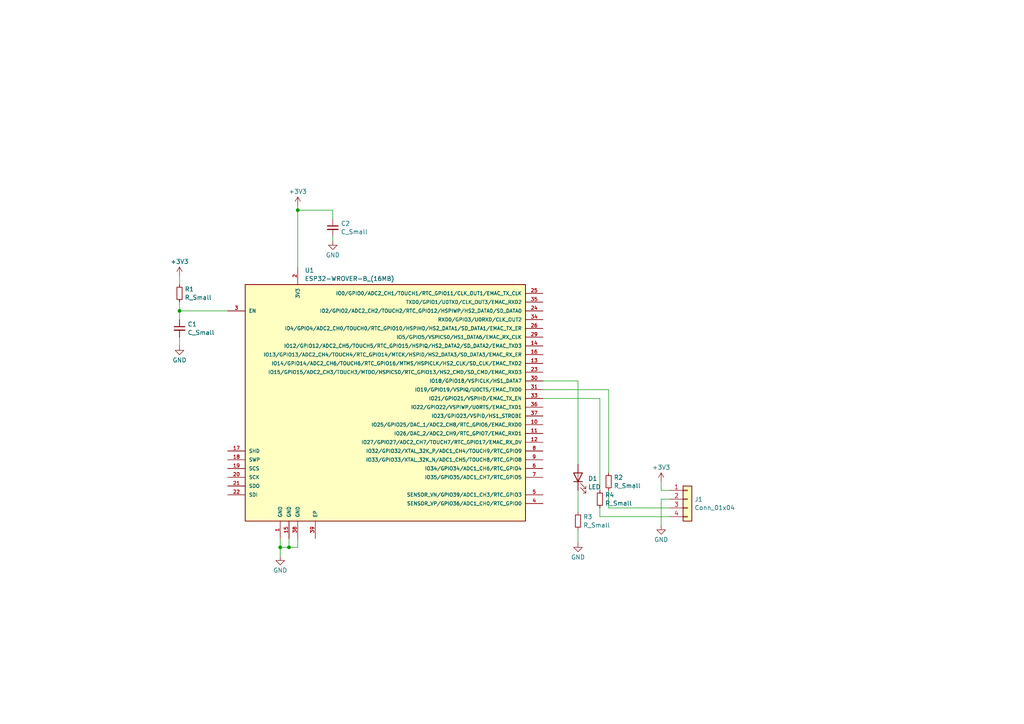
<source format=kicad_sch>
(kicad_sch (version 20230121) (generator eeschema)
  (paper "A4")
  (lib_symbols
    (symbol "Connector_Generic:Conn_01x04" (pin_names (offset 1.016) hide)
      (property "Reference" "J" (at 0 5.08 0))
      (property "Value" "Conn_01x04" (at 0 -7.62 0))
      (symbol "Conn_01x04_1_1"
        (rectangle (start -1.27 -4.953) (end 0 -5.207) (stroke (width 0.1524)))
        (rectangle (start -1.27 -2.413) (end 0 -2.667) (stroke (width 0.1524)))
        (rectangle (start -1.27 0.127) (end 0 -0.127) (stroke (width 0.1524)))
        (rectangle (start -1.27 2.667) (end 0 2.413) (stroke (width 0.1524)))
        (rectangle (start -1.27 3.81) (end 1.27 -6.35) (stroke (width 0.254)) (fill (type background)))
        (pin passive line (at -5.08 2.54 0) (length 3.81) (name "Pin_1") (number "1"))
        (pin passive line (at -5.08 0 0) (length 3.81) (name "Pin_2") (number "2"))
        (pin passive line (at -5.08 -2.54 0) (length 3.81) (name "Pin_3") (number "3"))
        (pin passive line (at -5.08 -5.08 0) (length 3.81) (name "Pin_4") (number "4"))
      )
    )
    (symbol "Device:C_Small" (pin_numbers hide) (pin_names (offset 0.254) hide)
      (property "Reference" "C" (at 0.254 1.778 0))
      (property "Value" "C_Small" (at 0.254 -2.032 0))
      (symbol "C_Small_0_1"
        (polyline (pts (xy -1.524 -0.508) (xy 1.524 -0.508)) (stroke (width 0.3302)))
        (polyline (pts (xy -1.524 0.508) (xy 1.524 0.508)) (stroke (width 0.3048)))
      )
      (symbol "C_Small_1_1"
        (pin passive line (at 0 2.54 270) (length 2.032) (name "~") (number "1"))
        (pin passive line (at 0 -2.54 90) (length 2.032) (name "~") (number "2"))
      )
    )
    (symbol "Device:LED" (pin_numbers hide) (pin_names (offset 1.016) hide)
      (property "Reference" "D" (at 0 2.54 0))
      (property "Value" "LED" (at 0 -2.54 0))
      (symbol "LED_0_1"
        (polyline (pts (xy -1.27 -1.27) (xy -1.27 1.27)) (stroke (width 0.254)))
        (polyline (pts (xy -1.27 0) (xy 1.27 0)))
        (polyline (pts (xy 1.27 -1.27) (xy 1.27 1.27) (xy -1.27 0) (xy 1.27 -1.27)) (stroke (width 0.254)))
        (polyline (pts (xy -3.048 -0.762) (xy -4.572 -2.286) (xy -3.81 -2.286) (xy -4.572 -2.286) (xy -4.572 -1.524)))
        (polyline (pts (xy -1.778 -0.762) (xy -3.302 -2.286) (xy -2.54 -2.286) (xy -3.302 -2.286) (xy -3.302 -1.524)))
      )
      (symbol "LED_1_1"
        (pin passive line (at -3.81 0 0) (length 2.54) (name "K") (number "1"))
        (pin passive line (at 3.81 0 180) (length 2.54) (name "A") (number "2"))
      )
    )
    (symbol "Device:R_Small" (pin_numbers hide) (pin_names (offset 0.254) hide)
      (property "Reference" "R" (at 0.762 0.508 0))
      (property "Value" "R_Small" (at 0.762 -1.016 0))
      (symbol "R_Small_0_1"
        (rectangle (start -0.762 1.778) (end 0.762 -1.778) (stroke (width 0.2032)))
      )
      (symbol "R_Small_1_1"
        (pin passive line (at 0 2.54 270) (length 0.762) (name "~") (number "1"))
        (pin passive line (at 0 -2.54 90) (length 0.762) (name "~") (number "2"))
      )
    )
    (symbol "custom:ESP32-WROVER-B_(16MB)" (pin_names (offset 1.016))
      (property "Reference" "U" (at 66.04 38.1 0))
      (property "Value" "ESP32-WROVER-B_(16MB)" (at 66.04 35.56 0))
      (symbol "ESP32-WROVER-B_(16MB)_0_0"
        (rectangle (start 20.32 35.56) (end 101.6 -33.02) (stroke (width 0.254)) (fill (type background)))
        (pin power_in line (at 30.48 -38.1 90) (length 5.08) (name "GND") (number "1"))
        (pin bidirectional line (at 106.68 -5.08 180) (length 5.08) (name "IO25/GPIO25/DAC_1/ADC2_CH8/RTC_GPIO6/EMAC_RXD0") (number "10"))
        (pin bidirectional line (at 106.68 -7.62 180) (length 5.08) (name "IO26/DAC_2/ADC2_CH9/RTC_GPIO7/EMAC_RXD1") (number "11"))
        (pin bidirectional line (at 106.68 -10.16 180) (length 5.08) (name "IO27/GPIO27/ADC2_CH7/TOUCH7/RTC_GPIO17/EMAC_RX_DV") (number "12"))
        (pin bidirectional line (at 106.68 12.7 180) (length 5.08) (name "IO14/GPIO14/ADC2_CH6/TOUCH6/RTC_GPIO16/MTMS/HSPICLK/HS2_CLK/SD_CLK/EMAC_TXD2") (number "13"))
        (pin bidirectional line (at 106.68 17.78 180) (length 5.08) (name "IO12/GPIO12/ADC2_CH5/TOUCH5/RTC_GPIO15/HSPIQ/HS2_DATA2/SD_DATA2/EMAC_TXD3") (number "14"))
        (pin power_in line (at 33.02 -38.1 90) (length 5.08) (name "GND") (number "15"))
        (pin bidirectional line (at 106.68 15.24 180) (length 5.08) (name "IO13/GPIO13/ADC2_CH4/TOUCH4/RTC_GPIO14/MTCK/HSPID/HS2_DATA3/SD_DATA3/EMAC_RX_ER") (number "16"))
        (pin bidirectional line (at 15.24 -12.7 0) (length 5.08) (name "SHD") (number "17"))
        (pin bidirectional line (at 15.24 -15.24 0) (length 5.08) (name "SWP") (number "18"))
        (pin bidirectional line (at 15.24 -17.78 0) (length 5.08) (name "SCS") (number "19"))
        (pin power_in line (at 35.56 40.64 270) (length 5.08) (name "3V3") (number "2"))
        (pin bidirectional line (at 15.24 -20.32 0) (length 5.08) (name "SCK") (number "20"))
        (pin bidirectional line (at 15.24 -22.86 0) (length 5.08) (name "SDO") (number "21"))
        (pin bidirectional line (at 15.24 -25.4 0) (length 5.08) (name "SDI") (number "22"))
        (pin bidirectional line (at 106.68 10.16 180) (length 5.08) (name "IO15/GPIO15/ADC2_CH3/TOUCH3/MTDO/HSPICS0/RTC_GPIO13/HS2_CMD/SD_CMD/EMAC_RXD3") (number "23"))
        (pin bidirectional line (at 106.68 27.94 180) (length 5.08) (name "IO2/GPIO2/ADC2_CH2/TOUCH2/RTC_GPIO12/HSPIWP/HS2_DATA0/SD_DATA0") (number "24"))
        (pin bidirectional line (at 106.68 33.02 180) (length 5.08) (name "IO0/GPIO0/ADC2_CH1/TOUCH1/RTC_GPIO11/CLK_OUT1/EMAC_TX_CLK") (number "25"))
        (pin bidirectional line (at 106.68 22.86 180) (length 5.08) (name "IO4/GPIO4/ADC2_CH0/TOUCH0/RTC_GPIO10/HSPIHD/HS2_DATA1/SD_DATA1/EMAC_TX_ER") (number "26"))
        (pin bidirectional line (at 106.68 20.32 180) (length 5.08) (name "IO5/GPIO5/VSPICS0/HS1_DATA6/EMAC_RX_CLK") (number "29"))
        (pin input line (at 15.24 27.94 0) (length 5.08) (name "EN") (number "3"))
        (pin bidirectional line (at 106.68 7.62 180) (length 5.08) (name "IO18/GPIO18/VSPICLK/HS1_DATA7") (number "30"))
        (pin bidirectional line (at 106.68 5.08 180) (length 5.08) (name "IO19/GPIO19/VSPIQ/U0CTS/EMAC_TXD0") (number "31"))
        (pin bidirectional line (at 106.68 2.54 180) (length 5.08) (name "IO21/GPIO21/VSPIHD/EMAC_TX_EN") (number "33"))
        (pin bidirectional line (at 106.68 25.4 180) (length 5.08) (name "RXD0/GPIO3/U0RXD/CLK_OUT2") (number "34"))
        (pin bidirectional line (at 106.68 30.48 180) (length 5.08) (name "TXD0/GPIO1/U0TXD/CLK_OUT3/EMAC_RXD2") (number "35"))
        (pin bidirectional line (at 106.68 0 180) (length 5.08) (name "IO22/GPIO22/VSPIWP/U0RTS/EMAC_TXD1") (number "36"))
        (pin bidirectional line (at 106.68 -2.54 180) (length 5.08) (name "IO23/GPIO23/VSPID/HS1_STROBE") (number "37"))
        (pin power_in line (at 35.56 -38.1 90) (length 5.08) (name "GND") (number "38"))
        (pin power_in line (at 40.64 -38.1 90) (length 5.08) (name "EP") (number "39"))
        (pin bidirectional line (at 106.68 -27.94 180) (length 5.08) (name "SENSOR_VP/GPIO36/ADC1_CH0/RTC_GPIO0") (number "4"))
        (pin bidirectional line (at 106.68 -25.4 180) (length 5.08) (name "SENSOR_VN/GPIO39/ADC1_CH3/RTC_GPIO3") (number "5"))
        (pin bidirectional line (at 106.68 -17.78 180) (length 5.08) (name "IO34/GPIO34/ADC1_CH6/RTC_GPIO4") (number "6"))
        (pin bidirectional line (at 106.68 -20.32 180) (length 5.08) (name "IO35/GPIO35/ADC1_CH7/RTC_GPIO5") (number "7"))
        (pin bidirectional line (at 106.68 -12.7 180) (length 5.08) (name "IO32/GPIO32/XTAL_32K_P/ADC1_CH4/TOUCH9/RTC_GPIO9") (number "8"))
        (pin bidirectional line (at 106.68 -15.24 180) (length 5.08) (name "IO33/GPIO33/XTAL_32K_N/ADC1_CH5/TOUCH8/RTC_GPIO8") (number "9"))
      )
    )
    (symbol "power:+3V3" (power) (pin_names (offset 0))
      (property "Value" "+3V3" (at 0 3.556 0))
      (symbol "+3V3_0_1"
        (polyline (pts (xy -0.762 1.27) (xy 0 2.54)))
        (polyline (pts (xy 0 0) (xy 0 2.54)))
        (polyline (pts (xy 0 2.54) (xy 0.762 1.27)))
      )
      (symbol "+3V3_1_1"
        (pin power_in line (at 0 0 90) (length 0) hide (name "+3V3") (number "1"))
      )
    )
    (symbol "power:GND" (power) (pin_names (offset 0))
      (property "Value" "GND" (at 0 -3.81 0))
      (symbol "GND_0_1"
        (polyline (pts (xy 0 0) (xy 0 -1.27) (xy 1.27 -1.27) (xy 0 -2.54) (xy -1.27 -1.27) (xy 0 -1.27)))
      )
      (symbol "GND_1_1"
        (pin power_in line (at 0 0 270) (length 0) hide (name "GND") (number "1"))
      )
    )
  )
  (junction (at 52.07 90.17))
  (junction (at 86.36 60.96))
  (junction (at 83.82 158.75))
  (junction (at 81.28 158.75))
  (wire (pts (xy 86.36 60.96) (xy 96.52 60.96)))
  (wire (pts (xy 167.64 110.49) (xy 167.64 134.62)))
  (wire (pts (xy 194.31 149.86) (xy 173.99 149.86)))
  (wire (pts (xy 86.36 77.47) (xy 86.36 60.96)))
  (wire (pts (xy 191.77 142.24) (xy 191.77 139.7)))
  (wire (pts (xy 81.28 158.75) (xy 81.28 161.29)))
  (wire (pts (xy 191.77 144.78) (xy 194.31 144.78)))
  (wire (pts (xy 176.53 113.03) (xy 176.53 137.16)))
  (wire (pts (xy 173.99 115.57) (xy 173.99 142.24)))
  (wire (pts (xy 167.64 142.24) (xy 167.64 148.59)))
  (wire (pts (xy 52.07 90.17) (xy 66.04 90.17)))
  (wire (pts (xy 173.99 149.86) (xy 173.99 147.32)))
  (wire (pts (xy 157.48 113.03) (xy 176.53 113.03)))
  (wire (pts (xy 176.53 142.24) (xy 176.53 147.32)))
  (wire (pts (xy 86.36 59.69) (xy 86.36 60.96)))
  (wire (pts (xy 83.82 156.21) (xy 83.82 158.75)))
  (wire (pts (xy 83.82 158.75) (xy 81.28 158.75)))
  (wire (pts (xy 86.36 158.75) (xy 83.82 158.75)))
  (wire (pts (xy 52.07 87.63) (xy 52.07 90.17)))
  (wire (pts (xy 81.28 156.21) (xy 81.28 158.75)))
  (wire (pts (xy 52.07 80.01) (xy 52.07 82.55)))
  (wire (pts (xy 52.07 100.33) (xy 52.07 97.79)))
  (wire (pts (xy 96.52 68.58) (xy 96.52 69.85)))
  (wire (pts (xy 52.07 92.71) (xy 52.07 90.17)))
  (wire (pts (xy 86.36 156.21) (xy 86.36 158.75)))
  (wire (pts (xy 194.31 142.24) (xy 191.77 142.24)))
  (wire (pts (xy 176.53 147.32) (xy 194.31 147.32)))
  (wire (pts (xy 96.52 60.96) (xy 96.52 63.5)))
  (wire (pts (xy 157.48 110.49) (xy 167.64 110.49)))
  (wire (pts (xy 191.77 152.4) (xy 191.77 144.78)))
  (wire (pts (xy 157.48 115.57) (xy 173.99 115.57)))
  (wire (pts (xy 167.64 153.67) (xy 167.64 157.48)))
  (symbol (lib_id "power:+3V3") (at 191.77 139.7 0) (unit 1)
    (property "Reference" "#PWR04" (effects hide))
    (property "Value" "+3V3" (at 191.77 135.5669 0))
  )
  (symbol (lib_id "power:GND") (at 167.64 157.48 0) (unit 1)
    (property "Reference" "#PWR03" (effects hide))
    (property "Value" "GND" (at 167.64 161.6131 0))
  )
  (symbol (lib_id "power:GND") (at 52.07 100.33 0) (unit 1)
    (property "Reference" "#PWR06" (effects hide))
    (property "Value" "GND" (at 52.07 104.4631 0))
  )
  (symbol (lib_id "Device:R_Small") (at 176.53 139.7 0) (unit 1)
    (property "Reference" "R2" (at 178.0286 138.4879 0) (effects (justify left)))
    (property "Value" "R_Small" (at 178.0286 140.9121 0) (effects (justify left)))
    (property "Footprint" "Resistor_SMD:R_1206_3216Metric_Pad1.30x1.75mm_HandSolder" (effects hide))
  )
  (symbol (lib_id "power:GND") (at 81.28 161.29 0) (unit 1)
    (property "Reference" "#PWR01" (effects hide))
    (property "Value" "GND" (at 81.28 165.4231 0))
  )
  (symbol (lib_id "power:GND") (at 191.77 152.4 0) (unit 1)
    (property "Reference" "#PWR08" (effects hide))
    (property "Value" "GND" (at 191.77 156.5331 0))
  )
  (symbol (lib_id "power:+3V3") (at 52.07 80.01 0) (unit 1)
    (property "Reference" "#PWR05" (effects hide))
    (property "Value" "+3V3" (at 52.07 75.8769 0))
  )
  (symbol (lib_id "Device:LED") (at 167.64 138.43 90) (unit 1)
    (property "Reference" "D1" (at 170.561 138.8054 90) (effects (justify right)))
    (property "Value" "LED" (at 170.561 141.2296 90) (effects (justify right)))
    (property "Footprint" "Diode_SMD:D_1206_3216Metric_Pad1.42x1.75mm_HandSolder" (effects hide))
  )
  (symbol (lib_id "Device:R_Small") (at 167.64 151.13 0) (unit 1)
    (property "Reference" "R3" (at 169.1386 149.9179 0) (effects (justify left)))
    (property "Value" "R_Small" (at 169.1386 152.3421 0) (effects (justify left)))
    (property "Footprint" "Resistor_SMD:R_1206_3216Metric_Pad1.30x1.75mm_HandSolder" (effects hide))
  )
  (symbol (lib_id "power:+3V3") (at 86.36 59.69 0) (unit 1)
    (property "Reference" "#PWR02" (effects hide))
    (property "Value" "+3V3" (at 86.36 55.5569 0))
  )
  (symbol (lib_id "power:GND") (at 96.52 69.85 0) (unit 1)
    (property "Reference" "#PWR07" (effects hide))
    (property "Value" "GND" (at 96.52 73.9831 0))
  )
  (symbol (lib_id "custom:ESP32-WROVER-B_(16MB)") (at 50.8 118.11 0) (unit 1)
    (property "Reference" "U1" (at 88.3794 78.4057 0) (effects (justify left)))
    (property "Value" "ESP32-WROVER-B_(16MB)" (at 88.3794 80.8299 0) (effects (justify left)))
    (property "Footprint" "XCVR_ESP32-WROVER-B_(16MB)" (effects hide))
    (property "MANUFACTURER" "ESPRESSIF SYSTEMS" (effects hide))
    (property "PARTREV" "1.1" (effects hide))
    (property "STANDARD" "Manufacturer Recommendations" (effects hide))
  )
  (symbol (lib_id "Connector_Generic:Conn_01x04") (at 199.39 144.78 0) (unit 1)
    (property "Reference" "J1" (at 201.422 144.8379 0) (effects (justify left)))
    (property "Value" "Conn_01x04" (at 201.422 147.2621 0) (effects (justify left)))
    (property "Footprint" "Connector_PinSocket_2.54mm:PinSocket_1x04_P2.54mm_Vertical" (effects hide))
  )
  (symbol (lib_id "Device:C_Small") (at 52.07 95.25 0) (unit 1)
    (property "Reference" "C1" (at 54.3941 94.0442 0) (effects (justify left)))
    (property "Value" "C_Small" (at 54.3941 96.4684 0) (effects (justify left)))
    (property "Footprint" "Capacitor_SMD:C_1206_3216Metric_Pad1.33x1.80mm_HandSolder" (effects hide))
  )
  (symbol (lib_id "Device:R_Small") (at 52.07 85.09 0) (unit 1)
    (property "Reference" "R1" (at 53.5686 83.8779 0) (effects (justify left)))
    (property "Value" "R_Small" (at 53.5686 86.3021 0) (effects (justify left)))
    (property "Footprint" "Resistor_SMD:R_1206_3216Metric_Pad1.30x1.75mm_HandSolder" (effects hide))
  )
  (symbol (lib_id "Device:C_Small") (at 96.52 66.04 0) (unit 1)
    (property "Reference" "C2" (at 98.8441 64.8342 0) (effects (justify left)))
    (property "Value" "C_Small" (at 98.8441 67.2584 0) (effects (justify left)))
    (property "Footprint" "Capacitor_SMD:C_1206_3216Metric_Pad1.33x1.80mm_HandSolder" (effects hide))
  )
  (symbol (lib_id "Device:R_Small") (at 173.99 144.78 0) (unit 1)
    (property "Reference" "R4" (at 175.4886 143.5679 0) (effects (justify left)))
    (property "Value" "R_Small" (at 175.4886 145.9921 0) (effects (justify left)))
    (property "Footprint" "Resistor_SMD:R_1206_3216Metric_Pad1.30x1.75mm_HandSolder" (effects hide))
  )
)
</source>
